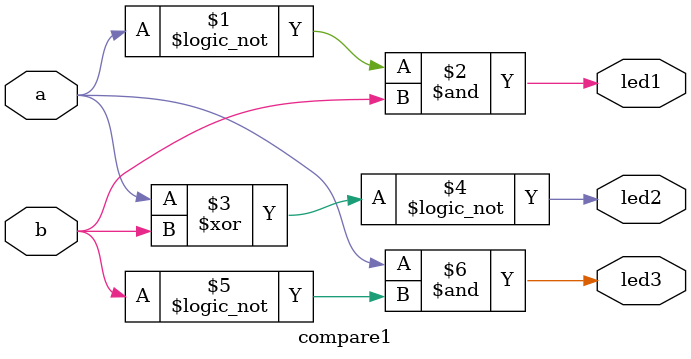
<source format=v>

module compare1
(
input wire a,           //定义输入的两个数a、b
input wire b,
output wire led1,     //定义三种输出结果对应的led
output wire led2,
output wire led3
);
          
assign led1 = (!a)&b;    //a<b
assign led2 = !(a^b);    //a=b
assign led3 = a&(!b);    //a>b

endmodule

</source>
